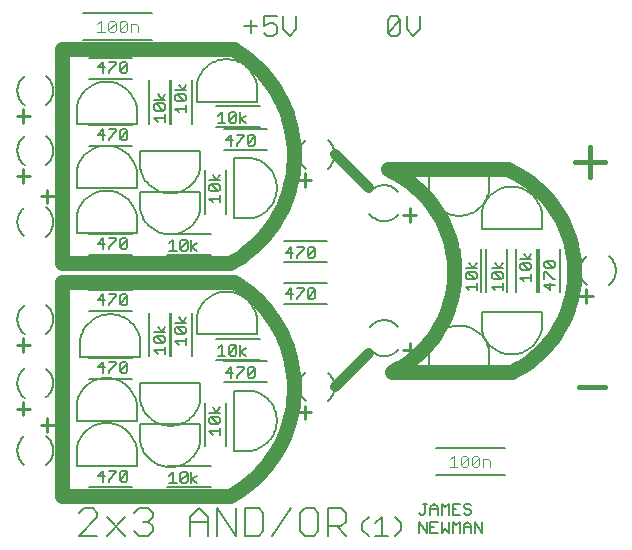
<source format=gto>
G04 Output by ViewMate Deluxe V11.0.9  PentaLogix LLC*
G04 Wed Mar 12 08:00:32 2014*
%FSLAX33Y33*%
%MOMM*%
%IPPOS*%
%ADD14C,0.4064*%
%ADD15C,0.8128*%
%ADD16C,0.127*%
%ADD17C,0.254*%
%ADD18C,0.1016*%
%ADD107C,1.27*%
%ADD108C,0.1524*%
%ADD109C,0.2032*%

%LPD*%
X0Y0D2*D14*G1X51372Y18504D2*X53594Y18504D1*X52324Y38824D2*X52324Y36284D1*X51054Y37554D2*X53594Y37554D1*D15*X33592Y35331D2*X30734Y38189D1*X33592Y21361D2*X30734Y18504D1*D16*X18547Y30978D2*X18547Y30036D1*X12192Y20470D2*X12192Y20627D1*X11565Y20627*X11257Y20155D2*X10630Y20155D1*X11100Y20627*X11100Y19685*X11565Y19685D2*X11565Y19842D1*X12192Y20470*X13129Y20470D2*X12972Y20627D1*X12657Y20627*X12502Y20470*X12502Y19842*X12657Y19685D2*X12972Y19685D1*X13129Y19842*X13129Y20470*X12502Y19842*X12657Y19685*X12192Y11262D2*X12192Y11420D1*X11565Y11420*X11257Y10947D2*X10630Y10947D1*X11100Y11420*X11100Y10478*X11565Y10478D2*X11565Y10635D1*X12192Y11262*X12502Y10635D2*X12502Y11262D1*X12657Y11420*X12972Y11420*X13129Y11262*X13129Y10635D2*X13129Y11262D1*X12502Y10635*X12657Y10478*X12972Y10478*X13129Y10635*X42228Y8468D2*X42073Y8626D1*X41600Y6787D2*X41600Y6160D1*X42228Y6629D2*X41600Y6629D1*X43165Y7102D2*X43165Y6160D1*X42537Y7102*X42537Y6160*X42228Y6160D2*X42228Y6787D1*X41915Y7102*X41600Y6787*X40665Y7102D2*X40978Y6787D1*X41293Y7102*X41293Y6160*X40665Y7102D2*X40665Y6160D1*X37859Y7841D2*X38016Y7684D1*X38174Y7684*X38329Y7841*X38174Y8626D2*X38486Y8626D1*X38329Y7841D2*X38329Y8626D1*X39421Y8153D2*X38793Y8153D1*X40358Y8626D2*X40043Y8311D1*X39731Y8626*X39731Y7684*X39421Y7684D2*X39421Y8311D1*X39108Y8626*X38793Y8311*X38793Y7684*X38486Y6160D2*X38486Y7102D1*X37859Y6160D2*X37859Y7102D1*X38486Y6160*X39108Y6629D2*X38793Y6629D1*X39421Y6160D2*X38793Y6160D1*X38793Y7102*X39421Y7102*X39731Y7102D2*X39731Y6160D1*X40043Y6474*X40358Y6160*X40358Y7102*X40358Y8626D2*X40358Y7684D1*X40978Y8153D2*X40665Y8153D1*X41293Y8626D2*X40665Y8626D1*X40665Y7684*X41293Y7684*X41600Y7841D2*X41758Y7684D1*X42073Y7684*X42228Y7841*X42228Y7998*X42073Y8153*X41758Y8153*X41600Y8311*X41600Y8468*X41758Y8626*X42073Y8626*X46706Y27450D2*X46393Y27762D1*X48425Y29012D2*X48580Y29169D1*X48580Y28232D2*X48425Y28232D1*X48425Y27607*X48895Y27297D2*X48895Y26670D1*X48425Y27140*X49365Y27140*X49365Y27607D2*X49207Y27607D1*X48580Y28232*X49207Y28542D2*X49365Y28699D1*X49365Y29012*X49207Y29169*X48580Y29169*X49207Y28542*X48580Y28542*X48425Y28699*X48425Y29012*X47333Y29789D2*X47020Y29319D1*X46706Y29789*X46393Y29319D2*X47333Y29319D1*X46548Y29012D2*X46393Y28854D1*X46393Y28542*X46548Y28384*X47175Y28384*X47333Y28542*X47333Y28854*X47175Y29012*X46548Y29012*X47175Y28384*X47333Y27450D2*X47333Y28077D1*X46393Y27762D2*X47333Y27762D1*X42540Y27607D2*X41913Y27607D1*X44293Y26670D2*X43980Y26985D1*X44920Y26985*X44920Y27297D2*X44920Y26670D1*X44135Y28232D2*X43980Y28077D1*X43980Y27762*X44135Y27607*X44762Y27607*X44762Y28232D2*X44920Y28077D1*X44920Y27762*X44762Y27607*X44135Y28232*X44762Y28232*X44920Y29012D2*X44607Y28542D1*X44293Y29012*X43980Y28542D2*X44920Y28542D1*X42697Y29012D2*X42385Y28542D1*X42070Y29012*X41758Y28542D2*X42697Y28542D1*X41913Y28232D2*X42540Y28232D1*X42697Y28077*X42697Y27762*X42540Y27607*X41913Y28232*X41758Y28077*X41758Y27762*X41913Y27607*X42070Y26670D2*X41758Y26985D1*X42697Y27297D2*X42697Y26670D1*X41758Y26985D2*X42697Y26985D1*X28080Y26693D2*X28080Y26850D1*X27452Y26850*X27145Y26378D2*X26518Y26378D1*X26988Y26850*X26988Y25908*X27452Y25908D2*X27452Y26065D1*X28080Y26693*X28390Y26065D2*X28390Y26693D1*X28545Y26850*X28859Y26850*X29017Y26693D2*X29017Y26065D1*X28859Y25908*X28545Y25908*X28390Y26065*X29017Y26693*X28859Y26850*X29017Y30185D2*X28859Y30343D1*X28545Y30343*X28390Y30185*X28390Y29558D2*X28545Y29400D1*X28859Y29400*X29017Y29558*X29017Y30185*X28390Y29558*X28390Y30185*X26988Y29400D2*X26988Y30343D1*X26518Y29870*X27452Y30343D2*X28080Y30343D1*X28080Y30185*X27452Y29558*X27452Y29400*X26518Y29870D2*X27145Y29870D1*X11100Y39370D2*X11100Y40312D1*X12502Y40155D2*X12502Y39527D1*X13129Y40155D2*X13129Y39527D1*X12972Y39370*X12657Y39370*X12502Y39527*X13129Y40155*X12972Y40312*X12657Y40312*X12502Y40155*X12192Y40312D2*X12192Y40155D1*X11565Y39527*X11565Y39370*X11257Y39840D2*X10630Y39840D1*X11100Y40312*X12192Y40312D2*X11565Y40312D1*X12192Y45870D2*X12192Y46027D1*X11565Y46027*X11257Y45555D2*X10630Y45555D1*X11100Y46027*X11100Y45085*X11565Y45085D2*X11565Y45242D1*X12192Y45870*X12502Y45242D2*X12502Y45870D1*X12657Y46027*X12972Y46027*X13129Y45870*X13129Y45242D2*X13129Y45870D1*X12502Y45242*X12657Y45085*X12972Y45085*X13129Y45242*X16345Y43299D2*X16032Y42829D1*X15718Y43299*X15718Y40958D2*X15405Y41272D1*X16345Y41272*X16345Y41585D2*X16345Y40958D1*X16187Y41895D2*X16345Y42050D1*X16345Y42365*X16187Y42520*X15560Y42520*X16187Y41895*X15560Y41895*X15405Y42050*X15405Y42365*X15560Y42520*X16345Y42829D2*X15405Y42829D1*X17965Y42672D2*X17338Y42672D1*X18123Y44077D2*X17810Y43607D1*X17496Y44077*X17183Y43607D2*X18123Y43607D1*X17338Y43299D2*X17965Y43299D1*X18123Y43142*X18123Y42829*X17965Y42672*X17338Y43299*X17183Y43142*X17183Y42829*X17338Y42672*X17496Y41737D2*X17183Y42050D1*X18123Y42050*X18123Y41737D2*X18123Y42365D1*X20803Y41458D2*X21115Y41773D1*X21115Y40830*X21430Y40830D2*X20803Y40830D1*X22365Y41615D2*X22207Y41773D1*X21895Y41773*X21737Y41615*X21737Y40988*X22365Y40988D2*X22365Y41615D1*X21737Y40988*X21895Y40830*X22207Y40830*X22365Y40988*X22675Y41773D2*X22675Y40830D1*X23144Y41458D2*X22675Y41145D1*X23144Y40830*X23310Y39710D2*X23310Y39083D1*X23937Y39710D2*X23937Y39083D1*X23779Y38926*X23465Y38926*X23310Y39083*X23937Y39710*X23779Y39868*X23465Y39868*X23310Y39710*X22372Y39868D2*X23000Y39868D1*X23000Y39710*X22372Y39083*X22372Y38926*X22065Y39395D2*X21438Y39395D1*X21908Y39868*X21908Y38926*X20980Y36457D2*X20668Y35987D1*X20353Y36457*X20041Y35987D2*X20980Y35987D1*X20196Y35679D2*X20041Y35522D1*X20041Y35209*X20196Y35052*X20823Y35052*X20980Y35209*X20980Y35522*X20823Y35679*X20196Y35679*X20823Y35052*X20980Y34117D2*X20980Y34745D1*X20980Y34430D2*X20041Y34430D1*X20353Y34117*X19017Y30036D2*X18547Y30350D1*X19017Y30663*X18237Y30820D2*X18080Y30978D1*X17767Y30978*X17610Y30820*X17610Y30193*X18237Y30820*X18237Y30193*X18080Y30036*X17767Y30036*X17610Y30193*X16675Y30036D2*X17302Y30036D1*X16988Y30036D2*X16988Y30978D1*X16675Y30663*X12192Y30947D2*X12192Y31105D1*X11565Y31105*X11257Y30632D2*X10630Y30632D1*X11100Y31105*X11100Y30162*X11565Y30162D2*X11565Y30320D1*X12192Y30947*X13129Y30947D2*X12972Y31105D1*X12657Y31105*X12502Y30947*X12502Y30320*X12657Y30162D2*X12972Y30162D1*X13129Y30320*X13129Y30947*X12502Y30320*X12657Y30162*X12192Y26185D2*X12192Y26342D1*X11565Y26342*X11257Y25870D2*X10630Y25870D1*X11100Y26342*X11100Y25400*X11565Y25400D2*X11565Y25557D1*X12192Y26185*X12502Y25557D2*X12502Y26185D1*X12657Y26342*X12972Y26342*X13129Y26185*X13129Y25557D2*X13129Y26185D1*X12502Y25557*X12657Y25400*X12972Y25400*X13129Y25557*X16345Y23614D2*X16032Y23144D1*X15718Y23614*X15718Y21272D2*X15405Y21587D1*X16345Y21587*X16345Y21900D2*X16345Y21272D1*X16187Y22210D2*X16345Y22365D1*X16345Y22680*X16187Y22835*X15560Y22835*X16187Y22210*X15560Y22210*X15405Y22365*X15405Y22680*X15560Y22835*X16345Y23144D2*X15405Y23144D1*X17965Y22987D2*X17338Y22987D1*X18123Y24392D2*X17810Y23922D1*X17496Y24392*X17183Y23922D2*X18123Y23922D1*X17338Y23614D2*X17965Y23614D1*X18123Y23457*X18123Y23144*X17965Y22987*X17338Y23614*X17183Y23457*X17183Y23144*X17338Y22987*X17496Y22052D2*X17183Y22365D1*X18123Y22365*X18123Y22052D2*X18123Y22680D1*X20803Y21773D2*X21115Y22088D1*X21115Y21146*X21430Y21146D2*X20803Y21146D1*X22365Y21930D2*X22207Y22088D1*X21895Y22088*X21737Y21930*X21737Y21303*X22365Y21303D2*X22365Y21930D1*X21737Y21303*X21895Y21146*X22207Y21146*X22365Y21303*X22675Y22088D2*X22675Y21146D1*X23144Y21773D2*X22675Y21460D1*X23144Y21146*X23937Y20025D2*X23779Y20183D1*X23465Y20183*X23310Y20025*X23310Y19398D2*X23465Y19240D1*X23779Y19240*X23937Y19398*X23937Y20025*X23310Y19398*X23310Y20025*X22372Y20183D2*X23000Y20183D1*X23000Y20025*X22372Y19398*X22372Y19240*X22065Y19710D2*X21438Y19710D1*X21908Y20183*X21908Y19240*X20980Y16772D2*X20668Y16302D1*X20353Y16772*X20041Y16302D2*X20980Y16302D1*X20196Y15994D2*X20823Y15994D1*X20980Y15837*X20980Y15524*X20823Y15367*X20196Y15994*X20041Y15837*X20041Y15524*X20196Y15367*X20823Y15367*X20980Y14432D2*X20980Y15060D1*X20980Y14745D2*X20041Y14745D1*X20353Y14432*X19017Y10350D2*X18547Y10665D1*X19017Y10978*X16675Y10978D2*X16988Y11293D1*X16988Y10350*X17302Y10350D2*X16675Y10350D1*X17610Y10508D2*X17610Y11135D1*X17767Y11293*X18080Y11293*X18237Y11135*X17610Y10508*X17767Y10350*X18080Y10350*X18237Y10508*X18237Y11135*X18547Y10350D2*X18547Y11293D1*X43752Y35077D2*X43716Y34922D1*X43670Y34773*X43617Y34623*X43553Y34478*X43482Y34338*X43401Y34201*X43312Y34069*X43216Y33945*X43114Y33825*X43002Y33713*X42885Y33607*X42761Y33508*X42631Y33419*X42497Y33335*X42357Y33261*X42212Y33195*X42065Y33139*X41915Y33091*X41760Y33053*X41605Y33025*X41448Y33005*X41290Y32995*X41133Y32995*X40975Y33005*X40818Y33025*X40663Y33053*X40508Y33091*X40358Y33139*X40211Y33195*X40066Y33261*X39926Y33335*X39792Y33419*X39662Y33508*X39538Y33607*X39421Y33713*X39309Y33825*X39207Y33945*X39111Y34069*X39022Y34201*X38941Y34338*X38870Y34478*X38806Y34623*X38753Y34773*X38707Y34922*X38672Y35077*X38672Y36601*X43752Y36601*X43752Y35077*X43116Y33363D2*X43152Y33518D1*X43198Y33668*X43251Y33818*X43315Y33962*X43386Y34102*X43467Y34239*X43556Y34371*X43652Y34496*X43754Y34615*X43866Y34727*X43983Y34834*X44107Y34933*X44237Y35022*X44371Y35105*X44511Y35179*X44656Y35245*X44803Y35301*X44953Y35349*X45108Y35387*X45263Y35415*X45420Y35436*X45578Y35446*X45735Y35446*X45893Y35436*X46050Y35415*X46205Y35387*X46360Y35349*X46510Y35301*X46657Y35245*X46802Y35179*X46942Y35105*X47076Y35022*X47206Y34933*X47330Y34834*X47447Y34727*X47559Y34615*X47661Y34496*X47757Y34371*X47846Y34239*X47927Y34102*X47998Y33962*X48062Y33818*X48115Y33668*X48161Y33518*X48196Y33363*X48196Y31839*X43116Y31839*X43116Y33363*X38672Y21615D2*X38707Y21770D1*X38753Y21920*X38806Y22070*X38870Y22215*X38941Y22355*X39022Y22492*X39111Y22624*X39207Y22748*X39309Y22868*X39421Y22979*X39538Y23086*X39662Y23185*X39792Y23274*X39926Y23358*X40066Y23432*X40211Y23498*X40358Y23553*X40508Y23602*X40663Y23640*X40818Y23668*X40975Y23688*X41133Y23698*X41290Y23698*X41448Y23688*X41605Y23668*X41760Y23640*X41915Y23602*X42065Y23553*X42212Y23498*X42357Y23432*X42497Y23358*X42631Y23274*X42761Y23185*X42885Y23086*X43002Y22979*X43114Y22868*X43216Y22748*X43312Y22624*X43401Y22492*X43482Y22355*X43553Y22215*X43617Y22070*X43670Y21920*X43716Y21770*X43752Y21615*X43116Y23330D2*X43152Y23175D1*X43198Y23025*X43251Y22875*X43315Y22730*X43386Y22591*X43467Y22454*X43556Y22322*X43652Y22197*X43754Y22078*X43866Y21966*X43983Y21859*X44107Y21760*X44237Y21671*X44371Y21587*X44511Y21514*X44656Y21448*X44803Y21392*X44953Y21344*X45108Y21306*X45263Y21278*X45420Y21257*X45578Y21247*X45735Y21247*X45893Y21257*X46050Y21278*X46205Y21306*X46360Y21344*X46510Y21392*X46657Y21448*X46802Y21514*X46942Y21587*X47076Y21671*X47206Y21760*X47330Y21859*X47447Y21966*X47559Y22078*X47661Y22197*X47757Y22322*X47846Y22454*X47927Y22591*X47998Y22730*X48062Y22875*X48115Y23025*X48161Y23175*X48196Y23330*X48196Y24854*X43116Y24854*X43116Y23330*X43752Y21615D2*X43752Y20091D1*X38672Y20091*X38672Y21615*X14224Y17297D2*X14260Y17142D1*X14305Y16993*X14359Y16843*X14422Y16698*X14493Y16558*X14575Y16421*X14663Y16289*X14760Y16165*X14862Y16045*X14973Y15933*X15090Y15827*X15215Y15728*X15344Y15639*X15479Y15555*X15618Y15481*X15763Y15415*X15911Y15359*X16060Y15311*X16215Y15273*X16370Y15245*X16528Y15225*X16685Y15215*X16843Y15215*X17000Y15225*X17158Y15245*X17313Y15273*X17468Y15311*X17617Y15359*X17765Y15415*X17910Y15481*X18049Y15555*X18184Y15639*X18313Y15728*X18438Y15827*X18555Y15933*X18666Y16045*X18768Y16165*X18865Y16289*X18953Y16421*X19035Y16558*X19106Y16698*X19169Y16843*X19223Y16993*X19268Y17142*X19304Y17297*X23686Y13106D2*X23840Y13142D1*X23990Y13188*X24140Y13241*X24285Y13305*X24425Y13376*X24562Y13457*X24694Y13546*X24818Y13642*X24938Y13744*X25049Y13856*X25156Y13973*X25255Y14097*X25344Y14227*X25428Y14361*X25502Y14501*X25568Y14646*X25624Y14793*X25672Y14943*X25710Y15098*X25738Y15253*X25758Y15410*X25768Y15568*X25768Y15725*X25758Y15883*X25738Y16040*X25710Y16195*X25672Y16350*X25624Y16500*X25568Y16647*X25502Y16792*X25428Y16932*X25344Y17066*X25255Y17196*X25156Y17320*X25049Y17437*X24938Y17549*X24818Y17650*X24694Y17747*X24562Y17836*X24425Y17917*X24285Y17988*X24140Y18052*X23990Y18105*X23840Y18151*X23686Y18186*X22162Y18186*X22162Y13106*X23686Y13106*X19304Y13805D2*X19268Y13650D1*X19223Y13500*X19169Y13350*X19106Y13205*X19035Y13066*X18953Y12929*X18865Y12797*X18768Y12672*X18666Y12553*X18555Y12441*X18438Y12334*X18313Y12235*X18184Y12146*X18049Y12062*X17910Y11989*X17765Y11923*X17617Y11867*X17468Y11819*X17313Y11781*X17158Y11753*X17000Y11732*X16843Y11722*X16685Y11722*X16528Y11732*X16370Y11753*X16215Y11781*X16060Y11819*X15911Y11867*X15763Y11923*X15618Y11989*X15479Y12062*X15344Y12146*X15215Y12235*X15090Y12334*X14973Y12441*X14862Y12553*X14760Y12672*X14663Y12797*X14575Y12929*X14493Y13066*X14422Y13205*X14359Y13350*X14305Y13500*X14260Y13650*X14224Y13805*X13906Y13360D2*X13871Y13515D1*X13825Y13665*X13772Y13815*X13708Y13960*X13637Y14100*X13556Y14237*X13467Y14369*X13371Y14493*X13269Y14613*X13157Y14724*X13040Y14831*X12916Y14930*X12786Y15019*X12652Y15103*X12512Y15176*X12367Y15243*X12220Y15298*X12070Y15347*X11915Y15385*X11760Y15413*X11603Y15433*X11445Y15443*X11288Y15443*X11130Y15433*X10973Y15413*X10818Y15385*X10663Y15347*X10513Y15298*X10366Y15243*X10221Y15176*X10081Y15103*X9947Y15019*X9817Y14930*X9693Y14831*X9576Y14724*X9464Y14613*X9362Y14493*X9266Y14369*X9177Y14237*X9096Y14100*X9025Y13960*X8961Y13815*X8908Y13665*X8862Y13515*X8826Y13360*X8826Y11836*X13906Y11836*X13906Y13360*X14224Y13805D2*X14224Y15329D1*X19304Y15329*X19304Y13805*X19304Y17297D2*X19304Y18821D1*X14224Y18821*X13906Y17170D2*X13871Y17325D1*X13825Y17475*X13772Y17625*X13708Y17770*X13637Y17910*X13556Y18047*X13467Y18179*X13371Y18303*X13269Y18423*X13157Y18534*X13040Y18641*X12916Y18740*X12786Y18829*X12652Y18913*X12512Y18986*X12367Y19053*X12220Y19108*X12070Y19157*X11915Y19195*X11760Y19223*X11603Y19243*X11445Y19253*X11288Y19253*X11130Y19243*X10973Y19223*X10818Y19195*X10663Y19157*X10513Y19108*X10366Y19053*X10221Y18986*X10081Y18913*X9947Y18829*X9817Y18740*X9693Y18641*X9576Y18534*X9464Y18423*X9362Y18303*X9266Y18179*X9177Y18047*X9096Y17910*X9025Y17770*X8961Y17625*X8908Y17475*X8862Y17325*X8826Y17170*X8826Y15646*X13906Y15646*X13906Y17170*X14224Y18821D2*X14224Y17297D1*X14224Y22568D2*X14188Y22723D1*X14143Y22873*X14089Y23023*X14026Y23167*X13955Y23307*X13873Y23444*X13785Y23576*X13688Y23701*X13586Y23820*X13475Y23932*X13358Y24039*X13233Y24138*X13104Y24227*X12969Y24310*X12830Y24384*X12685Y24450*X12537Y24506*X12388Y24554*X12233Y24592*X12078Y24620*X11920Y24641*X11763Y24651*X11605Y24651*X11448Y24641*X11290Y24620*X11135Y24592*X10980Y24554*X10831Y24506*X10683Y24450*X10538Y24384*X10399Y24310*X10264Y24227*X10135Y24138*X10010Y24039*X9893Y23932*X9782Y23820*X9680Y23701*X9583Y23576*X9495Y23444*X9413Y23307*X9342Y23167*X9279Y23023*X9225Y22873*X9180Y22723*X9144Y22568*X9144Y21044*X14224Y21044*X14224Y22568*X18986Y24473D2*X19022Y24628D1*X19068Y24778*X19121Y24928*X19185Y25072*X19256Y25212*X19337Y25349*X19426Y25481*X19522Y25606*X19624Y25725*X19736Y25837*X19853Y25944*X19977Y26043*X20107Y26132*X20241Y26215*X20381Y26289*X20526Y26355*X20673Y26411*X20823Y26459*X20978Y26497*X21133Y26525*X21290Y26546*X21448Y26556*X21605Y26556*X21763Y26546*X21920Y26525*X22075Y26497*X22230Y26459*X22380Y26411*X22527Y26355*X22672Y26289*X22812Y26215*X22946Y26132*X23076Y26043*X23200Y25944*X23317Y25837*X23429Y25725*X23531Y25606*X23627Y25481*X23716Y25349*X23797Y25212*X23868Y25072*X23932Y24928*X23985Y24778*X24031Y24628*X24066Y24473*X24066Y22949*X18986Y22949*X18986Y24473*X13906Y42253D2*X13871Y42408D1*X13825Y42558*X13772Y42708*X13708Y42852*X13637Y42992*X13556Y43129*X13467Y43261*X13371Y43386*X13269Y43505*X13157Y43617*X13040Y43724*X12916Y43823*X12786Y43912*X12652Y43995*X12512Y44069*X12367Y44135*X12220Y44191*X12070Y44239*X11915Y44277*X11760Y44305*X11603Y44326*X11445Y44336*X11288Y44336*X11130Y44326*X10973Y44305*X10818Y44277*X10663Y44239*X10513Y44191*X10366Y44135*X10221Y44069*X10081Y43995*X9947Y43912*X9817Y43823*X9693Y43724*X9576Y43617*X9464Y43505*X9362Y43386*X9266Y43261*X9177Y43129*X9096Y42992*X9025Y42852*X8961Y42708*X8908Y42558*X8862Y42408*X8826Y42253*X8826Y40729*X13906Y40729*X13906Y42253*X23686Y37871D2*X23840Y37836D1*X23990Y37790*X24140Y37737*X24285Y37673*X24425Y37602*X24562Y37521*X24694Y37432*X24818Y37335*X24938Y37234*X25049Y37122*X25156Y37005*X25255Y36881*X25344Y36751*X25428Y36617*X25502Y36477*X25568Y36332*X25624Y36185*X25672Y36035*X25710Y35880*X25738Y35725*X25758Y35568*X25768Y35410*X25768Y35253*X25758Y35095*X25738Y34938*X25710Y34783*X25672Y34628*X25624Y34478*X25568Y34331*X25502Y34186*X25428Y34046*X25344Y33912*X25255Y33782*X25156Y33658*X25049Y33541*X24938Y33429*X24818Y33327*X24694Y33231*X24562Y33142*X24425Y33061*X24285Y32990*X24140Y32926*X23990Y32873*X23840Y32827*X23686Y32791*X22162Y32791*X22162Y37871*X23686Y37871*X19304Y36982D2*X19268Y36827D1*X19223Y36678*X19169Y36528*X19106Y36383*X19035Y36243*X18953Y36106*X18865Y35974*X18768Y35850*X18666Y35730*X18555Y35618*X18438Y35512*X18313Y35413*X18184Y35324*X18049Y35240*X17910Y35166*X17765Y35100*X17617Y35044*X17468Y34996*X17313Y34958*X17158Y34930*X17000Y34910*X16843Y34900*X16685Y34900*X16528Y34910*X16370Y34930*X16215Y34958*X16060Y34996*X15911Y35044*X15763Y35100*X15618Y35166*X15479Y35240*X15344Y35324*X15215Y35413*X15090Y35512*X14973Y35618*X14862Y35730*X14760Y35850*X14663Y35974*X14575Y36106*X14493Y36243*X14422Y36383*X14359Y36528*X14305Y36678*X14260Y36827*X14224Y36982*X14224Y33490D2*X14260Y33335D1*X14305Y33185*X14359Y33035*X14422Y32890*X14493Y32751*X14575Y32614*X14663Y32482*X14760Y32357*X14862Y32238*X14973Y32126*X15090Y32019*X15215Y31920*X15344Y31831*X15479Y31747*X15618Y31674*X15763Y31608*X15911Y31552*X16060Y31504*X16215Y31466*X16370Y31438*X16528Y31417*X16685Y31407*X16843Y31407*X17000Y31417*X17158Y31438*X17313Y31466*X17468Y31504*X17617Y31552*X17765Y31608*X17910Y31674*X18049Y31747*X18184Y31831*X18313Y31920*X18438Y32019*X18555Y32126*X18666Y32238*X18768Y32357*X18865Y32482*X18953Y32614*X19035Y32751*X19106Y32890*X19169Y33035*X19223Y33185*X19268Y33335*X19304Y33490*X19304Y35014*X14224Y35014*X13906Y33045D2*X13871Y33200D1*X13825Y33350*X13772Y33500*X13708Y33645*X13637Y33785*X13556Y33922*X13467Y34054*X13371Y34178*X13269Y34298*X13157Y34409*X13040Y34516*X12916Y34615*X12786Y34704*X12652Y34788*X12512Y34862*X12367Y34928*X12220Y34983*X12070Y35032*X11915Y35070*X11760Y35098*X11603Y35118*X11445Y35128*X11288Y35128*X11130Y35118*X10973Y35098*X10818Y35070*X10663Y35032*X10513Y34983*X10366Y34928*X10221Y34862*X10081Y34788*X9947Y34704*X9817Y34615*X9693Y34516*X9576Y34409*X9464Y34298*X9362Y34178*X9266Y34054*X9177Y33922*X9096Y33785*X9025Y33645*X8961Y33500*X8908Y33350*X8862Y33200*X8826Y33045*X8826Y31521*X13906Y31521*X13906Y33045*X14224Y35014D2*X14224Y33490D1*X13906Y36855D2*X13871Y37010D1*X13825Y37160*X13772Y37310*X13708Y37455*X13637Y37595*X13556Y37732*X13467Y37864*X13371Y37988*X13269Y38108*X13157Y38219*X13040Y38326*X12916Y38425*X12786Y38514*X12652Y38598*X12512Y38672*X12367Y38738*X12220Y38793*X12070Y38842*X11915Y38880*X11760Y38908*X11603Y38928*X11445Y38938*X11288Y38938*X11130Y38928*X10973Y38908*X10818Y38880*X10663Y38842*X10513Y38793*X10366Y38738*X10221Y38672*X10081Y38598*X9947Y38514*X9817Y38425*X9693Y38326*X9576Y38219*X9464Y38108*X9362Y37988*X9266Y37864*X9177Y37732*X9096Y37595*X9025Y37455*X8961Y37310*X8908Y37160*X8862Y37010*X8826Y36855*X8826Y35331*X13906Y35331*X13906Y36855*X14224Y36982D2*X14224Y38506D1*X19304Y38506*X19304Y36982*X24066Y44158D2*X24031Y44313D1*X23985Y44463*X23932Y44613*X23868Y44757*X23797Y44897*X23716Y45034*X23627Y45166*X23531Y45291*X23429Y45410*X23317Y45522*X23200Y45629*X23076Y45728*X22946Y45817*X22812Y45900*X22672Y45974*X22527Y46040*X22380Y46096*X22230Y46144*X22075Y46182*X21920Y46210*X21763Y46231*X21605Y46241*X21448Y46241*X21290Y46231*X21133Y46210*X20978Y46182*X20823Y46144*X20673Y46096*X20526Y46040*X20381Y45974*X20241Y45900*X20107Y45817*X19977Y45728*X19853Y45629*X19736Y45522*X19624Y45410*X19522Y45291*X19426Y45166*X19337Y45034*X19256Y44897*X19185Y44757*X19121Y44613*X19068Y44463*X19022Y44313*X18986Y44158*X18986Y42634*X24066Y42634*X24066Y44158*D17*X51943Y26759D2*X51943Y25616D1*X51372Y26187D2*X52514Y26187D1*X4890Y41427D2*X3746Y41427D1*X4318Y40856D2*X4318Y41999D1*X4318Y36919D2*X4318Y35776D1*X4890Y36347D2*X3746Y36347D1*X5778Y34633D2*X6922Y34633D1*X6350Y34061D2*X6350Y35204D1*X4890Y22060D2*X3746Y22060D1*X4318Y21488D2*X4318Y22631D1*X4318Y17234D2*X4318Y16091D1*X4890Y16662D2*X3746Y16662D1*X6350Y14694D2*X6350Y15837D1*X6922Y15265D2*X5778Y15265D1*X28130Y16916D2*X28130Y15773D1*X28702Y16345D2*X27559Y16345D1*X36449Y21615D2*X37592Y21615D1*X37020Y22187D2*X37020Y21044D1*X28130Y36601D2*X28130Y35458D1*X28702Y36030D2*X27559Y36030D1*X37020Y33617D2*X37020Y32474D1*X37592Y33045D2*X36449Y33045D1*D18*X10592Y49200D2*X10897Y49507D1*X10897Y48590*X11201Y48590D2*X10592Y48590D1*X11527Y48743D2*X11527Y49352D1*X11679Y49507*X11984Y49507*X12139Y49352*X11527Y48743*X11679Y48590*X11984Y48590*X12139Y48743*X12139Y49352*X13073Y49352D2*X12921Y49507D1*X12616Y49507*X12464Y49352*X12464Y48743*X13073Y48743D2*X13073Y49352D1*X12464Y48743*X12616Y48590*X12921Y48590*X13073Y48743*X13398Y48590D2*X13398Y49200D1*X13856Y49200*X14008Y49047*X14008Y48590*X43244Y12370D2*X43701Y12370D1*X43853Y12217*X43853Y11760*X43244Y12370D2*X43244Y11760D1*X40437Y12370D2*X40742Y12677D1*X40742Y11760*X41046Y11760D2*X40437Y11760D1*X41372Y11913D2*X41372Y12522D1*X41524Y12677*X41829Y12677*X41984Y12522*X41984Y11913D2*X41984Y12522D1*X41372Y11913*X41524Y11760*X41829Y11760*X41984Y11913*X42309Y11913D2*X42309Y12522D1*X42461Y12677*X42766Y12677*X42918Y12522D2*X42918Y11913D1*X42766Y11760*X42461Y11760*X42309Y11913*X42918Y12522*X42766Y12677*D107*X45339Y36919D2*X35179Y36919D1*X45336Y36919D2*X45750Y36723D1*X46154Y36510*X46546Y36274*X46924Y36022*X47292Y35750*X47648Y35463*X47986Y35156*X48311Y34836*X48621Y34501*X48913Y34148*X49187Y33785*X49444Y33406*X49682Y33017*X49901Y32616*X50102Y32207*X50282Y31786*X50439Y31359*X50579Y30924*X50696Y30483*X50792Y30036*X50866Y29586*X50919Y29131*X50950Y28677*X50957Y28219*X50945Y27762*X50909Y27308*X50851Y26855*X50772Y26406*X50670Y25961*X50549Y25519*X50404Y25088*X50241Y24661*X50056Y24242*X49853Y23835*X49629Y23437*X49385Y23050*X49124Y22675*X48844Y22314*X48550Y21966*X48237Y21633*X47909Y21316*X47567Y21013*X47208Y20731*X46838Y20462*X46454Y20216*X46060Y19985*X45654Y19774*X35496Y19774D2*X45656Y19774D1*X35494Y19774D2*X35900Y19985D1*X36294Y20216*X36678Y20462*X37048Y20731*X37407Y21013*X37749Y21316*X38077Y21633*X38390Y21966*X38684Y22314*X38964Y22675*X39225Y23050*X39469Y23437*X39693Y23835*X39896Y24242*X40081Y24661*X40244Y25088*X40389Y25519*X40510Y25961*X40612Y26406*X40691Y26855*X40749Y27308*X40785Y27762*X40797Y28219*X40790Y28677*X40759Y29131*X40706Y29586*X40632Y30036*X40536Y30483*X40419Y30924*X40279Y31359*X40122Y31786*X39942Y32207*X39741Y32616*X39522Y33017*X39284Y33406*X39027Y33785*X38753Y34148*X38461Y34501*X38151Y34836*X37826Y35156*X37488Y35463*X37132Y35750*X36764Y36022*X36386Y36274*X35994Y36510*X35590Y36723*X35176Y36919*X7556Y28981D2*X7556Y47079D1*X22162Y47079*X22591Y46807*X23007Y46512*X23409Y46200*X23795Y45867*X24163Y45517*X24514Y45148*X24846Y44765*X25161Y44364*X25456Y43947*X25728Y43518*X25979Y43076*X26210Y42624*X26419Y42159*X26604Y41684*X26764Y41201*X26904Y40711*X27018Y40216*X27107Y39715*X27173Y39210*X27214Y38702*X27229Y38194*X27219Y37686*X27186Y37178*X27127Y36673*X27043Y36170*X26937Y35672*X26807Y35182*X26650Y34696*X26472Y34219*X26271Y33752*X26048Y33294*X25801Y32850*X25532Y32415*X25245Y31996*X24938Y31593*X24610Y31204*X24262Y30831*X23899Y30475*X23518Y30137*X23122Y29817*X22710Y29520*X22283Y29240*X21844Y28984*X7556Y28981D2*X21844Y28981D1*X7556Y9296D2*X7556Y27394D1*X22162Y27394*X22591Y27122*X23007Y26827*X23409Y26515*X23795Y26182*X24163Y25832*X24514Y25464*X24846Y25080*X25161Y24679*X25456Y24262*X25728Y23833*X25979Y23391*X26210Y22939*X26419Y22474*X26604Y21999*X26764Y21516*X26904Y21026*X27018Y20531*X27107Y20030*X27173Y19525*X27214Y19017*X27229Y18509*X27219Y18001*X27186Y17493*X27127Y16988*X27043Y16485*X26937Y15987*X26807Y15497*X26650Y15011*X26472Y14534*X26271Y14067*X26048Y13609*X25801Y13165*X25532Y12730*X25245Y12311*X24938Y11908*X24610Y11519*X24262Y11146*X23899Y10790*X23518Y10452*X23122Y10132*X22710Y9835*X22283Y9555*X21844Y9299*X7556Y9296D2*X21844Y9296D1*D108*X4420Y42367D2*X4328Y42441D1*X4242Y42522*X4163Y42611*X4092Y42702*X4028Y42802*X3970Y42906*X3922Y43012*X3881Y43122*X3851Y43236*X3828Y43353*X3815Y43470*X3810Y43586*X6269Y44790D2*X6358Y44714D1*X6441Y44635*X6518Y44547*X6586Y44455*X6647Y44359*X6703Y44257*X6749Y44150*X6789Y44041*X6820Y43929*X6840Y43818*X6853Y43701*X6858Y43586*X6269Y42382D2*X6358Y42459D1*X6441Y42537*X6518Y42626*X6586Y42718*X6647Y42814*X6703Y42916*X6749Y43023*X6789Y43132*X6820Y43244*X6840Y43355*X6853Y43472*X6858Y43586*X4448Y44826D2*X4354Y44752D1*X4265Y44671*X4181Y44582*X4105Y44488*X4039Y44389*X3980Y44285*X3927Y44173*X3886Y44061*X3853Y43945*X3830Y43828*X3815Y43706*X3810Y43586*X4420Y37287D2*X4328Y37361D1*X4242Y37442*X4163Y37531*X4092Y37622*X4028Y37722*X3970Y37826*X3922Y37932*X3881Y38042*X3851Y38156*X3828Y38273*X3815Y38390*X3810Y38506*X6269Y39710D2*X6358Y39634D1*X6441Y39555*X6518Y39467*X6586Y39375*X6647Y39279*X6703Y39177*X6749Y39070*X6789Y38961*X6820Y38849*X6840Y38738*X6853Y38621*X6858Y38506*X6269Y37302D2*X6358Y37379D1*X6441Y37457*X6518Y37546*X6586Y37638*X6647Y37734*X6703Y37836*X6749Y37943*X6789Y38052*X6820Y38164*X6840Y38275*X6853Y38392*X6858Y38506*X4448Y39746D2*X4354Y39672D1*X4265Y39591*X4181Y39502*X4105Y39408*X4039Y39309*X3980Y39205*X3927Y39093*X3886Y38981*X3853Y38865*X3830Y38748*X3815Y38626*X3810Y38506*X4399Y31270D2*X4310Y31346D1*X4227Y31425*X4150Y31514*X4082Y31605*X4021Y31702*X3965Y31803*X3919Y31910*X3879Y32019*X3848Y32131*X3828Y32243*X3815Y32360*X3810Y32474*X6248Y33693D2*X6340Y33619D1*X6426Y33538*X6505Y33449*X6576Y33358*X6640Y33259*X6698Y33155*X6746Y33048*X6787Y32939*X6817Y32824*X6840Y32708*X6853Y32591*X6858Y32474*X6220Y31234D2*X6314Y31308D1*X6403Y31389*X6487Y31478*X6563Y31572*X6629Y31671*X6688Y31775*X6741Y31887*X6782Y31999*X6815Y32116*X6838Y32233*X6853Y32355*X6858Y32474*X4399Y33678D2*X4310Y33602D1*X4227Y33523*X4150Y33434*X4082Y33343*X4021Y33246*X3965Y33144*X3919Y33038*X3879Y32929*X3848Y32817*X3828Y32705*X3815Y32588*X3810Y32474*X4420Y23000D2*X4328Y23073D1*X4242Y23155*X4163Y23244*X4092Y23335*X4028Y23434*X3970Y23538*X3922Y23645*X3881Y23754*X3851Y23868*X3828Y23985*X3815Y24102*X3810Y24219*X6269Y25423D2*X6358Y25347D1*X6441Y25268*X6518Y25179*X6586Y25088*X6647Y24991*X6703Y24889*X6749Y24783*X6789Y24674*X6820Y24562*X6840Y24450*X6853Y24333*X6858Y24219*X6269Y23015D2*X6358Y23091D1*X6441Y23170*X6518Y23259*X6586Y23350*X6647Y23447*X6703Y23548*X6749Y23655*X6789Y23764*X6820Y23876*X6840Y23988*X6853Y24105*X6858Y24219*X4448Y25458D2*X4354Y25385D1*X4265Y25303*X4181Y25215*X4105Y25121*X4039Y25022*X3980Y24917*X3927Y24806*X3886Y24694*X3853Y24577*X3830Y24460*X3815Y24338*X3810Y24219*X4420Y17602D2*X4328Y17676D1*X4242Y17757*X4163Y17846*X4092Y17937*X4028Y18037*X3970Y18141*X3922Y18247*X3881Y18357*X3851Y18471*X3828Y18588*X3815Y18705*X3810Y18821*X6269Y20025D2*X6358Y19949D1*X6441Y19870*X6518Y19782*X6586Y19690*X6647Y19594*X6703Y19492*X6749Y19385*X6789Y19276*X6820Y19164*X6840Y19053*X6853Y18936*X6858Y18821*X6269Y17617D2*X6358Y17694D1*X6441Y17772*X6518Y17861*X6586Y17953*X6647Y18049*X6703Y18151*X6749Y18258*X6789Y18367*X6820Y18478*X6840Y18590*X6853Y18707*X6858Y18821*X4448Y20061D2*X4354Y19987D1*X4265Y19906*X4181Y19817*X4105Y19723*X4039Y19624*X3980Y19520*X3927Y19408*X3886Y19296*X3853Y19180*X3830Y19063*X3815Y18941*X3810Y18821*X6858Y13106D2*X6853Y12987D1*X6838Y12865*X6815Y12748*X6782Y12631*X6741Y12520*X6688Y12408*X6629Y12304*X6563Y12205*X6487Y12111*X6403Y12022*X6314Y11941*X6220Y11867*X3810Y13106D2*X3815Y12992D1*X3828Y12875*X3848Y12764*X3879Y12652*X3919Y12543*X3965Y12436*X4021Y12334*X4082Y12238*X4150Y12146*X4227Y12057*X4310Y11979*X4399Y11902*X6858Y13106D2*X6853Y13223D1*X6840Y13340*X6817Y13457*X6787Y13571*X6746Y13680*X6698Y13787*X6640Y13891*X6576Y13990*X6505Y14082*X6426Y14171*X6340Y14252*X6248Y14326*X3810Y13106D2*X3815Y13221D1*X3828Y13338*X3848Y13449*X3879Y13561*X3919Y13670*X3965Y13777*X4021Y13879*X4082Y13975*X4150Y14067*X4227Y14155*X4310Y14234*X4399Y14310*X9842Y9995D2*X13526Y9995D1*X13526Y11773D2*X9842Y11773D1*X16510Y11773D2*X20193Y11773D1*X20193Y9995D2*X16510Y9995D1*X35761Y7508D2*X36304Y6965D1*X33576Y5880D2*X33033Y6424D1*X33033Y6965*X33576Y7508*X34125Y6965D2*X34666Y7508D1*X34666Y5880*X35209Y5880D2*X34125Y5880D1*X35761Y5880D2*X36304Y6424D1*X36304Y6965*X39243Y11011D2*X45085Y11011D1*X45085Y13297D2*X39243Y13297D1*X53894Y29550D2*X53983Y29474D1*X54066Y29395*X54143Y29307*X54211Y29215*X54272Y29119*X54328Y29017*X54374Y28910*X54414Y28801*X54445Y28689*X54465Y28578*X54478Y28461*X54483Y28346*X52045Y27127D2*X51953Y27201D1*X51867Y27282*X51788Y27371*X51717Y27462*X51653Y27562*X51595Y27666*X51547Y27772*X51506Y27882*X51476Y27996*X51453Y28113*X51440Y28230*X51435Y28346*X52073Y29586D2*X51979Y29512D1*X51890Y29431*X51806Y29342*X51730Y29248*X51664Y29149*X51605Y29045*X51552Y28933*X51511Y28821*X51478Y28705*X51455Y28588*X51440Y28466*X51435Y28346*X53894Y27142D2*X53983Y27219D1*X54066Y27297*X54143Y27386*X54211Y27478*X54272Y27574*X54328Y27676*X54374Y27783*X54414Y27892*X54445Y28004*X54465Y28115*X54478Y28232*X54483Y28346*X49720Y26505D2*X49720Y30188D1*X47942Y30188D2*X47942Y26505D1*X47816Y26505D2*X47816Y30188D1*X46038Y30188D2*X46038Y26505D1*X45276Y26505D2*X45276Y30188D1*X43498Y30188D2*X43498Y26505D1*X43053Y26505D2*X43053Y30188D1*X41275Y30188D2*X41275Y26505D1*X37876Y49863D2*X37876Y48778D1*X37335Y48235*X36792Y48778*X36792Y49863*X36241Y49591D2*X35969Y49863D1*X35428Y49863*X35156Y49591*X35156Y48506*X35428Y48235D2*X35969Y48235D1*X36241Y48506*X36241Y49591*X35156Y48506*X35428Y48235*X30081Y39393D2*X30170Y39317D1*X30254Y39238*X30330Y39149*X30399Y39058*X30460Y38961*X30516Y38859*X30561Y38753*X30602Y38644*X30632Y38532*X30653Y38420*X30665Y38303*X30670Y38189*X28232Y36970D2*X28141Y37043D1*X28054Y37125*X27976Y37214*X27904Y37305*X27841Y37404*X27783Y37508*X27734Y37615*X27694Y37724*X27663Y37838*X27640Y37955*X27628Y38072*X27622Y38189*X28260Y39428D2*X28166Y39355D1*X28077Y39273*X27993Y39185*X27917Y39091*X27851Y38992*X27793Y38887*X27739Y38776*X27699Y38664*X27666Y38547*X27643Y38430*X27628Y38308*X27622Y38189*X30081Y36985D2*X30170Y37061D1*X30254Y37140*X30330Y37229*X30399Y37320*X30460Y37417*X30516Y37518*X30561Y37625*X30602Y37734*X30632Y37846*X30653Y37958*X30665Y38075*X30670Y38189*X23584Y49591D2*X23584Y48506D1*X25763Y49047D2*X25491Y49319D1*X25220Y49319*X24679Y49047*X24679Y48506D2*X24950Y48235D1*X25491Y48235*X25763Y48506*X25763Y49047*X27399Y49863D2*X27399Y48778D1*X26858Y48235*X26314Y48778*X26314Y49863*X25763Y49863D2*X24679Y49863D1*X24679Y49047*X23040Y49047D2*X24125Y49047D1*X9398Y50127D2*X15240Y50127D1*X15240Y47841D2*X9398Y47841D1*X9842Y46380D2*X13526Y46380D1*X13526Y44602D2*X9842Y44602D1*X9842Y38887D2*X13526Y38887D1*X13526Y40665D2*X9842Y40665D1*X14922Y44475D2*X14922Y40792D1*X16700Y40792D2*X16700Y44475D1*X16828Y44475D2*X16828Y40792D1*X18606Y40792D2*X18606Y44475D1*X24320Y42253D2*X20638Y42253D1*X20638Y40475D2*X24320Y40475D1*X24956Y40348D2*X21272Y40348D1*X21272Y38570D2*X24956Y38570D1*X21463Y36855D2*X21463Y33172D1*X19685Y33172D2*X19685Y36855D1*X20193Y29680D2*X16510Y29680D1*X16510Y31458D2*X20193Y31458D1*X9842Y31458D2*X13526Y31458D1*X13526Y29680D2*X9842Y29680D1*X9842Y26695D2*X13526Y26695D1*X13526Y24917D2*X9842Y24917D1*X9842Y19202D2*X13526Y19202D1*X13526Y20980D2*X9842Y20980D1*X14922Y24790D2*X14922Y21107D1*X16700Y21107D2*X16700Y24790D1*X16828Y24790D2*X16828Y21107D1*X18606Y21107D2*X18606Y24790D1*X20638Y22568D2*X24320Y22568D1*X24956Y20663D2*X21272Y20663D1*X20638Y20790D2*X24320Y20790D1*X19685Y13487D2*X19685Y17170D1*X21463Y17170D2*X21463Y13487D1*X24956Y18885D2*X21272Y18885D1*X30081Y19708D2*X30170Y19632D1*X30254Y19553*X30330Y19464*X30399Y19373*X30460Y19276*X30516Y19174*X30561Y19068*X30602Y18959*X30632Y18847*X30653Y18735*X30665Y18618*X30670Y18504*X28232Y17285D2*X28141Y17358D1*X28054Y17440*X27976Y17529*X27904Y17620*X27841Y17719*X27783Y17823*X27734Y17930*X27694Y18039*X27663Y18153*X27640Y18270*X27628Y18387*X27622Y18504*X28260Y19743D2*X28166Y19670D1*X28077Y19588*X27993Y19500*X27917Y19406*X27851Y19307*X27793Y19202*X27739Y19091*X27699Y18979*X27666Y18862*X27643Y18745*X27628Y18623*X27622Y18504*X30081Y17300D2*X30170Y17376D1*X30254Y17455*X30330Y17544*X30399Y17635*X30460Y17732*X30516Y17833*X30561Y17940*X30602Y18049*X30632Y18161*X30653Y18273*X30665Y18390*X30670Y18504*X33658Y23566D2*X33734Y23655D1*X33812Y23739*X33901Y23815*X33993Y23884*X34089Y23945*X34191Y24000*X34298Y24046*X34407Y24087*X34519Y24117*X34630Y24138*X34747Y24150*X34862Y24155*X36081Y21717D2*X36007Y21626D1*X35926Y21539*X35837Y21460*X35745Y21389*X35646Y21326*X35542Y21267*X35436Y21219*X35326Y21179*X35212Y21148*X35095Y21125*X34978Y21112*X34862Y21107*X33622Y21745D2*X33696Y21651D1*X33777Y21562*X33866Y21478*X33960Y21402*X34059Y21336*X34163Y21278*X34275Y21224*X34387Y21184*X34503Y21151*X34620Y21128*X34742Y21112*X34862Y21107*X36065Y23566D2*X35989Y23655D1*X35911Y23739*X35822Y23815*X35730Y23884*X35634Y23945*X35532Y24000*X35425Y24046*X35316Y24087*X35204Y24117*X35093Y24138*X34976Y24150*X34862Y24155*X26352Y25552D2*X30036Y25552D1*X30036Y27330D2*X26352Y27330D1*X26352Y29045D2*X30036Y29045D1*X30036Y30823D2*X26352Y30823D1*X34862Y35585D2*X34747Y35580D1*X34630Y35568*X34519Y35547*X34407Y35517*X34298Y35476*X34191Y35430*X34089Y35375*X33993Y35314*X33901Y35245*X33812Y35169*X33734Y35085*X33658Y34996*X34862Y32537D2*X34978Y32542D1*X35095Y32555*X35212Y32578*X35326Y32609*X35436Y32649*X35542Y32697*X35646Y32756*X35745Y32819*X35837Y32890*X35926Y32969*X36007Y33056*X36081Y33147*X34862Y35585D2*X34976Y35580D1*X35093Y35568*X35204Y35547*X35316Y35517*X35425Y35476*X35532Y35430*X35634Y35375*X35730Y35314*X35822Y35245*X35911Y35169*X35989Y35085*X36065Y34996*X34862Y32537D2*X34742Y32542D1*X34620Y32558*X34503Y32581*X34387Y32614*X34275Y32654*X34163Y32708*X34059Y32766*X33960Y32832*X33866Y32908*X33777Y32992*X33696Y33081*X33622Y33175*D109*X18390Y5906D2*X18390Y7465D1*X19169Y8245*X19949Y7465*X30864Y6685D2*X31643Y5906D1*X30084Y8245D2*X31255Y8245D1*X31643Y7856*X31643Y7076*X31255Y6685*X30084Y6685*X30084Y8245D2*X30084Y5906D1*X27744Y7856D2*X28136Y8245D1*X28915Y8245*X29304Y7856*X29304Y6297*X28915Y5906*X28136Y5906*X27744Y6297*X27744Y7856*X25408Y5906D2*X26965Y8245D1*X23068Y8245D2*X23068Y5906D1*X24237Y5906*X24628Y6297*X24628Y7856*X24237Y8245*X23068Y8245*X22288Y8245D2*X22288Y5906D1*X20729Y8245*X20729Y5906*X19949Y7465D2*X19949Y5906D1*X18390Y7076D2*X19949Y7076D1*X14493Y7076D2*X14882Y7076D1*X9035Y7856D2*X9426Y8245D1*X10206Y8245*X10594Y7856*X10594Y7465*X12934Y5906D2*X11374Y7465D1*X13713Y6297D2*X14102Y5906D1*X14882Y5906*X15273Y6297*X15273Y6685*X14882Y7076*X15273Y7465*X15273Y7856*X14882Y8245*X14102Y8245*X13713Y7856*X11374Y5906D2*X12934Y7465D1*X10594Y5906D2*X9035Y5906D1*X10594Y7465*X0Y0D2*M02*
</source>
